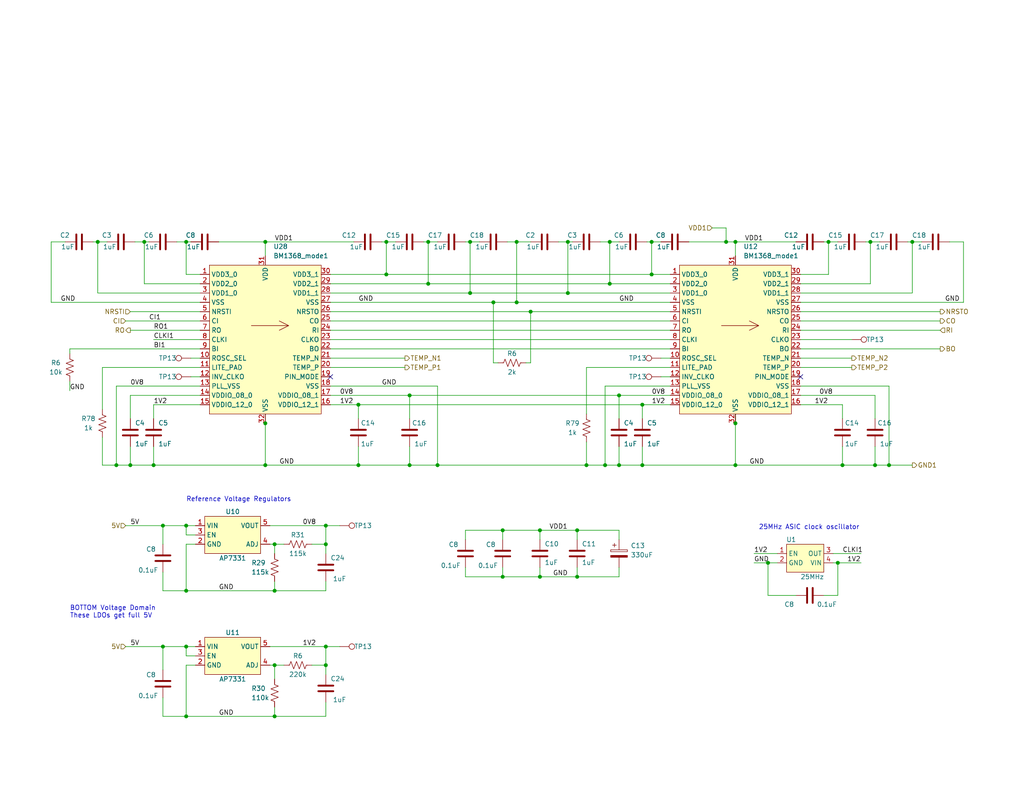
<source format=kicad_sch>
(kicad_sch (version 20231120) (generator "eeschema") (generator_version "8.0")
  (paper "A")
  (title_block (title "bitaxeHex") (date "2024-03-09") (rev "701"))
  (lib_symbols
    (symbol "Connector:TestPoint" (pin_numbers hide) (pin_names (offset 0.762) hide)
      (property "Reference" "TP" (at 0 6.858 0))
      (property "Value" "TestPoint" (at 0 5.08 0))
      (symbol "TestPoint_0_1"
        (circle (center 0 3.302) (radius 0.762))
      )
      (symbol "TestPoint_1_1"
        (pin passive line (at 0 0 90) (length 2.54) (name "1") (number "1"))
      )
    )
    (symbol "Device:C" (pin_numbers hide) (pin_names (offset 0.254))
      (property "Reference" "C" (at 0.635 2.54 0))
      (property "Value" "C" (at 0.635 -2.54 0))
      (symbol "C_0_1"
        (polyline (pts (xy -2.032 -0.762) (xy 2.032 -0.762)) (stroke (width 0.508)))
        (polyline (pts (xy -2.032 0.762) (xy 2.032 0.762)) (stroke (width 0.508)))
      )
      (symbol "C_1_1"
        (pin passive line (at 0 3.81 270) (length 2.794) (name "~") (number "1"))
        (pin passive line (at 0 -3.81 90) (length 2.794) (name "~") (number "2"))
      )
    )
    (symbol "Device:C_Polarized" (pin_numbers hide) (pin_names (offset 0.254))
      (property "Reference" "C" (at 0.635 2.54 0))
      (property "Value" "C_Polarized" (at 0.635 -2.54 0))
      (symbol "C_Polarized_0_1"
        (rectangle (start -2.286 0.508) (end 2.286 1.016))
        (polyline (pts (xy -1.778 2.286) (xy -0.762 2.286)))
        (polyline (pts (xy -1.27 2.794) (xy -1.27 1.778)))
        (rectangle (start 2.286 -0.508) (end -2.286 -1.016) (fill (type outline)))
      )
      (symbol "C_Polarized_1_1"
        (pin passive line (at 0 3.81 270) (length 2.794) (name "~") (number "1"))
        (pin passive line (at 0 -3.81 90) (length 2.794) (name "~") (number "2"))
      )
    )
    (symbol "Device:R_US" (pin_numbers hide) (pin_names (offset 0))
      (property "Reference" "R" (at 2.54 0 90))
      (property "Value" "R_US" (at -2.54 0 90))
      (symbol "R_US_0_1"
        (polyline (pts (xy 0 -2.286) (xy 0 -2.54)))
        (polyline (pts (xy 0 2.286) (xy 0 2.54)))
        (polyline (pts (xy 0 -0.762) (xy 1.016 -1.143) (xy 0 -1.524) (xy -1.016 -1.905) (xy 0 -2.286)))
        (polyline (pts (xy 0 0.762) (xy 1.016 0.381) (xy 0 0) (xy -1.016 -0.381) (xy 0 -0.762)))
        (polyline (pts (xy 0 2.286) (xy 1.016 1.905) (xy 0 1.524) (xy -1.016 1.143) (xy 0 0.762)))
      )
      (symbol "R_US_1_1"
        (pin passive line (at 0 3.81 270) (length 1.27) (name "~") (number "1"))
        (pin passive line (at 0 -3.81 90) (length 1.27) (name "~") (number "2"))
      )
    )
    (symbol "bitaxe:AP7331"
      (property "Reference" "U" (at -7.62 5.08 0))
      (property "Value" "AP7331" (at 5.08 5.08 0))
      (symbol "AP7331_0_1"
        (rectangle (start -7.62 3.81) (end 7.62 -6.35) (stroke (width 0.1524)) (fill (type background)))
      )
      (symbol "AP7331_1_0"
        (pin power_in line (at -10.16 1.27 0) (length 2.54) (name "VIN") (number "1"))
        (pin bidirectional line (at -10.16 -3.81 0) (length 2.54) (name "GND") (number "2"))
        (pin input line (at -10.16 -1.27 0) (length 2.54) (name "EN") (number "3"))
        (pin bidirectional line (at 10.16 -3.81 180) (length 2.54) (name "ADJ") (number "4"))
        (pin power_out line (at 10.16 1.27 180) (length 2.54) (name "VOUT") (number "5"))
      )
    )
    (symbol "bitaxe:BM1368_mode1"
      (property "Reference" "U4" (at -15.24 21.59 0))
      (property "Value" "BM1368_mode1" (at 1.905 21.59 0))
      (symbol "BM1368_mode1_0_1"
        (rectangle (start -15.24 20.32) (end 15.24 -20.32) (fill (type background)))
        (polyline (pts (xy -3.81 3.81) (xy 6.35 3.81)))
        (polyline (pts (xy 3.81 2.54) (xy 6.35 3.81)))
        (polyline (pts (xy 3.81 5.08) (xy 6.35 3.81)))
      )
      (symbol "BM1368_mode1_1_1"
        (pin power_in line (at -17.78 17.78 0) (length 2.54) (name "VDD3_0") (number "1"))
        (pin unspecified line (at -17.78 -5.08 0) (length 2.54) (name "ROSC_SEL") (number "10"))
        (pin unspecified line (at -17.78 -7.62 0) (length 2.54) (name "LITE_PAD") (number "11"))
        (pin unspecified line (at -17.78 -10.16 0) (length 2.54) (name "INV_CLKO") (number "12"))
        (pin power_in line (at -17.78 -12.7 0) (length 2.54) (name "PLL_VSS") (number "13"))
        (pin power_in line (at -17.78 -15.24 0) (length 2.54) (name "VDDIO_08_0") (number "14"))
        (pin power_in line (at -17.78 -17.78 0) (length 2.54) (name "VDDIO_12_0") (number "15"))
        (pin power_in line (at 17.78 -17.78 180) (length 2.54) (name "VDDIO_12_1") (number "16"))
        (pin power_in line (at 17.78 -15.24 180) (length 2.54) (name "VDDIO_08_1") (number "17"))
        (pin power_in line (at 17.78 -12.7 180) (length 2.54) (name "VSS") (number "18"))
        (pin input line (at 17.78 -10.16 180) (length 2.54) (name "PIN_MODE") (number "19"))
        (pin power_in line (at -17.78 15.24 0) (length 2.54) (name "VDD2_0") (number "2"))
        (pin unspecified line (at 17.78 -7.62 180) (length 2.54) (name "TEMP_P") (number "20"))
        (pin unspecified line (at 17.78 -5.08 180) (length 2.54) (name "TEMP_N") (number "21"))
        (pin output line (at 17.78 -2.54 180) (length 2.54) (name "BO") (number "22"))
        (pin output line (at 17.78 0 180) (length 2.54) (name "CLKO") (number "23"))
        (pin input line (at 17.78 2.54 180) (length 2.54) (name "RI") (number "24"))
        (pin output line (at 17.78 5.08 180) (length 2.54) (name "CO") (number "25"))
        (pin output line (at 17.78 7.62 180) (length 2.54) (name "NRSTO") (number "26"))
        (pin power_in line (at 17.78 10.16 180) (length 2.54) (name "VSS") (number "27"))
        (pin power_in line (at 17.78 12.7 180) (length 2.54) (name "VDD1_1") (number "28"))
        (pin power_in line (at 17.78 15.24 180) (length 2.54) (name "VDD2_1") (number "29"))
        (pin power_in line (at -17.78 12.7 0) (length 2.54) (name "VDD1_0") (number "3"))
        (pin power_in line (at 17.78 17.78 180) (length 2.54) (name "VDD3_1") (number "30"))
        (pin power_in line (at 0 22.86 270) (length 2.54) (name "VDD") (number "31"))
        (pin power_in line (at 0 -22.86 90) (length 2.54) (name "VSS") (number "32"))
        (pin power_in line (at -17.78 10.16 0) (length 2.54) (name "VSS") (number "4"))
        (pin input line (at -17.78 7.62 0) (length 2.54) (name "NRSTI") (number "5"))
        (pin input line (at -17.78 5.08 0) (length 2.54) (name "CI") (number "6"))
        (pin output line (at -17.78 2.54 0) (length 2.54) (name "RO") (number "7"))
        (pin input line (at -17.78 0 0) (length 2.54) (name "CLKI") (number "8"))
        (pin input line (at -17.78 -2.54 0) (length 2.54) (name "BI") (number "9"))
      )
    )
    (symbol "bitaxe:oscillator"
      (property "Reference" "U" (at -3.81 5.08 0))
      (property "Value" "oscillator" (at 0 -5.08 0))
      (symbol "oscillator_0_1"
        (rectangle (start -5.08 3.81) (end 5.08 -3.81) (stroke (width 0.1524)) (fill (type background)))
      )
      (symbol "oscillator_1_0"
        (pin bidirectional line (at -7.62 1.27 0) (length 2.54) (name "EN") (number "1"))
        (pin bidirectional line (at -7.62 -1.27 0) (length 2.54) (name "GND") (number "2"))
        (pin bidirectional line (at 7.62 1.27 180) (length 2.54) (name "OUT") (number "3"))
        (pin bidirectional line (at 7.62 -1.27 180) (length 2.54) (name "VIN") (number "4"))
      )
    )
  )
  (junction (at 50.8 195.58))
  (junction (at 88.9 148.59))
  (junction (at 116.84 66.04))
  (junction (at 157.48 144.78))
  (junction (at 237.49 66.04))
  (junction (at 248.92 66.04))
  (junction (at 165.1 127))
  (junction (at 166.37 66.04))
  (junction (at 140.97 82.55))
  (junction (at 97.79 110.49))
  (junction (at 44.45 176.53))
  (junction (at 157.48 157.48))
  (junction (at 72.39 115.57))
  (junction (at 31.75 127))
  (junction (at 200.66 115.57))
  (junction (at 144.78 85.09))
  (junction (at 228.6 153.67))
  (junction (at 128.27 66.04))
  (junction (at 168.91 127))
  (junction (at 209.55 153.67))
  (junction (at 147.32 144.78) (diameter 0.9144))
  (junction (at 111.76 127))
  (junction (at 154.94 80.01))
  (junction (at 39.37 66.04))
  (junction (at 119.38 127))
  (junction (at 105.41 74.93))
  (junction (at 168.91 107.95))
  (junction (at 147.32 157.48) (diameter 0.9144))
  (junction (at 72.39 127))
  (junction (at 134.62 82.55))
  (junction (at 137.16 144.78) (diameter 0.9144))
  (junction (at 229.87 127))
  (junction (at 50.8 161.29))
  (junction (at 177.8 74.93))
  (junction (at 74.93 148.59))
  (junction (at 35.56 127))
  (junction (at 74.93 181.61))
  (junction (at 116.84 77.47))
  (junction (at 175.26 127))
  (junction (at 137.16 157.48) (diameter 0.9144))
  (junction (at 128.27 80.01))
  (junction (at 242.57 127))
  (junction (at 160.02 127))
  (junction (at 88.9 143.51))
  (junction (at 97.79 127))
  (junction (at 74.93 161.29))
  (junction (at 198.12 66.04))
  (junction (at 88.9 176.53))
  (junction (at 177.8 66.04))
  (junction (at 238.76 127))
  (junction (at 74.93 195.58))
  (junction (at 175.26 110.49))
  (junction (at 105.41 66.04))
  (junction (at 44.45 143.51))
  (junction (at 200.66 127))
  (junction (at 111.76 107.95))
  (junction (at 154.94 66.04))
  (junction (at 50.8 143.51))
  (junction (at 50.8 176.53))
  (junction (at 140.97 66.04))
  (junction (at 41.91 127))
  (junction (at 226.06 66.04))
  (junction (at 88.9 181.61))
  (junction (at 166.37 77.47))
  (junction (at 50.8 66.04))
  (junction (at 26.67 66.04))
  (junction (at 200.66 66.04))
  (junction (at 72.39 66.04))
  (no_connect (at 218.44 102.87))
  (no_connect (at 90.17 102.87))
  (wire (pts (xy 35.56 107.95) (xy 54.61 107.95)))
  (wire (pts (xy 119.38 105.41) (xy 119.38 127)))
  (wire (pts (xy 180.34 102.87) (xy 182.88 102.87)))
  (wire (pts (xy 218.44 87.63) (xy 256.54 87.63)))
  (wire (pts (xy 127 66.04) (xy 128.27 66.04)))
  (wire (pts (xy 26.67 80.01) (xy 26.67 66.04)))
  (wire (pts (xy 31.75 105.41) (xy 31.75 127)))
  (wire (pts (xy 48.26 66.04) (xy 50.8 66.04)))
  (wire (pts (xy 119.38 127) (xy 160.02 127)))
  (wire (pts (xy 34.29 87.63) (xy 54.61 87.63)))
  (wire (pts (xy 262.89 66.04) (xy 259.08 66.04)))
  (wire (pts (xy 242.57 105.41) (xy 242.57 127)))
  (wire (pts (xy 218.44 110.49) (xy 229.87 110.49)))
  (wire (pts (xy 35.56 107.95) (xy 35.56 114.3)))
  (wire (pts (xy 50.8 143.51) (xy 53.34 143.51)))
  (wire (pts (xy 160.02 100.33) (xy 160.02 113.03)))
  (wire (pts (xy 152.4 66.04) (xy 154.94 66.04)))
  (wire (pts (xy 41.91 127) (xy 72.39 127)))
  (wire (pts (xy 90.17 90.17) (xy 182.88 90.17)))
  (wire (pts (xy 238.76 107.95) (xy 238.76 114.3)))
  (wire (pts (xy 35.56 90.17) (xy 54.61 90.17)))
  (wire (pts (xy 168.91 107.95) (xy 182.88 107.95)))
  (wire (pts (xy 74.93 181.61) (xy 74.93 185.42)))
  (wire (pts (xy 111.76 107.95) (xy 168.91 107.95)))
  (wire (pts (xy 224.79 66.04) (xy 226.06 66.04)))
  (wire (pts (xy 97.79 110.49) (xy 97.79 114.3)))
  (wire (pts (xy 175.26 121.92) (xy 175.26 127)))
  (wire (pts (xy 53.34 148.59) (xy 50.8 148.59)))
  (wire (pts (xy 74.93 195.58) (xy 74.93 193.04)))
  (wire (pts (xy 27.94 119.38) (xy 27.94 127)))
  (wire (pts (xy 218.44 80.01) (xy 248.92 80.01)))
  (wire (pts (xy 90.17 77.47) (xy 116.84 77.47)))
  (wire (pts (xy 50.8 148.59) (xy 50.8 161.29)))
  (wire (pts (xy 13.97 82.55) (xy 13.97 66.04)))
  (wire (pts (xy 53.34 181.61) (xy 50.8 181.61)))
  (wire (pts (xy 137.16 157.48) (xy 147.32 157.48)))
  (wire (pts (xy 200.66 113.03) (xy 200.66 115.57)))
  (wire (pts (xy 140.97 66.04) (xy 144.78 66.04)))
  (wire (pts (xy 168.91 127) (xy 175.26 127)))
  (wire (pts (xy 182.88 100.33) (xy 160.02 100.33)))
  (wire (pts (xy 88.9 161.29) (xy 74.93 161.29)))
  (wire (pts (xy 177.8 66.04) (xy 180.34 66.04)))
  (wire (pts (xy 73.66 143.51) (xy 88.9 143.51)))
  (wire (pts (xy 128.27 66.04) (xy 130.81 66.04)))
  (wire (pts (xy 168.91 127) (xy 168.91 121.92)))
  (wire (pts (xy 111.76 127) (xy 119.38 127)))
  (wire (pts (xy 137.16 157.48) (xy 127 157.48)))
  (wire (pts (xy 218.44 77.47) (xy 237.49 77.47)))
  (wire (pts (xy 59.69 66.04) (xy 72.39 66.04)))
  (wire (pts (xy 19.05 95.25) (xy 19.05 96.52)))
  (wire (pts (xy 73.66 148.59) (xy 74.93 148.59)))
  (wire (pts (xy 27.94 127) (xy 31.75 127)))
  (wire (pts (xy 44.45 143.51) (xy 50.8 143.51)))
  (wire (pts (xy 44.45 143.51) (xy 44.45 148.59)))
  (wire (pts (xy 44.45 161.29) (xy 50.8 161.29)))
  (wire (pts (xy 134.62 82.55) (xy 140.97 82.55)))
  (wire (pts (xy 44.45 176.53) (xy 44.45 182.88)))
  (wire (pts (xy 73.66 176.53) (xy 88.9 176.53)))
  (wire (pts (xy 116.84 77.47) (xy 166.37 77.47)))
  (wire (pts (xy 205.74 151.13) (xy 212.09 151.13)))
  (wire (pts (xy 227.33 153.67) (xy 228.6 153.67)))
  (wire (pts (xy 72.39 127) (xy 97.79 127)))
  (wire (pts (xy 218.44 97.79) (xy 232.41 97.79)))
  (wire (pts (xy 135.89 99.06) (xy 134.62 99.06)))
  (wire (pts (xy 137.16 147.32) (xy 137.16 144.78)))
  (wire (pts (xy 140.97 66.04) (xy 138.43 66.04)))
  (wire (pts (xy 74.93 181.61) (xy 77.47 181.61)))
  (wire (pts (xy 97.79 121.92) (xy 97.79 127)))
  (wire (pts (xy 157.48 147.32) (xy 157.48 144.78)))
  (wire (pts (xy 127 144.78) (xy 137.16 144.78)))
  (wire (pts (xy 90.17 85.09) (xy 144.78 85.09)))
  (wire (pts (xy 90.17 74.93) (xy 105.41 74.93)))
  (wire (pts (xy 157.48 157.48) (xy 168.91 157.48)))
  (wire (pts (xy 218.44 95.25) (xy 256.54 95.25)))
  (wire (pts (xy 105.41 66.04) (xy 107.95 66.04)))
  (wire (pts (xy 111.76 107.95) (xy 111.76 114.3)))
  (wire (pts (xy 88.9 158.75) (xy 88.9 161.29)))
  (wire (pts (xy 27.94 100.33) (xy 54.61 100.33)))
  (wire (pts (xy 147.32 154.94) (xy 147.32 157.48)))
  (wire (pts (xy 39.37 77.47) (xy 39.37 66.04)))
  (wire (pts (xy 39.37 66.04) (xy 40.64 66.04)))
  (wire (pts (xy 144.78 85.09) (xy 182.88 85.09)))
  (wire (pts (xy 180.34 97.79) (xy 182.88 97.79)))
  (wire (pts (xy 111.76 127) (xy 111.76 121.92)))
  (wire (pts (xy 31.75 127) (xy 35.56 127)))
  (wire (pts (xy 194.31 62.23) (xy 198.12 62.23)))
  (wire (pts (xy 218.44 85.09) (xy 256.54 85.09)))
  (wire (pts (xy 228.6 153.67) (xy 234.95 153.67)))
  (wire (pts (xy 209.55 153.67) (xy 212.09 153.67)))
  (wire (pts (xy 35.56 121.92) (xy 35.56 127)))
  (wire (pts (xy 53.34 179.07) (xy 50.8 179.07)))
  (wire (pts (xy 31.75 105.41) (xy 54.61 105.41)))
  (wire (pts (xy 128.27 80.01) (xy 128.27 66.04)))
  (wire (pts (xy 90.17 107.95) (xy 111.76 107.95)))
  (wire (pts (xy 247.65 66.04) (xy 248.92 66.04)))
  (wire (pts (xy 19.05 95.25) (xy 54.61 95.25)))
  (wire (pts (xy 90.17 97.79) (xy 110.49 97.79)))
  (wire (pts (xy 36.83 66.04) (xy 39.37 66.04)))
  (wire (pts (xy 218.44 82.55) (xy 262.89 82.55)))
  (wire (pts (xy 160.02 127) (xy 165.1 127)))
  (wire (pts (xy 50.8 179.07) (xy 50.8 176.53)))
  (wire (pts (xy 88.9 176.53) (xy 92.71 176.53)))
  (wire (pts (xy 26.67 66.04) (xy 29.21 66.04)))
  (wire (pts (xy 154.94 66.04) (xy 156.21 66.04)))
  (wire (pts (xy 90.17 95.25) (xy 182.88 95.25)))
  (wire (pts (xy 50.8 74.93) (xy 54.61 74.93)))
  (wire (pts (xy 26.67 80.01) (xy 54.61 80.01)))
  (wire (pts (xy 218.44 90.17) (xy 256.54 90.17)))
  (wire (pts (xy 242.57 127) (xy 238.76 127)))
  (wire (pts (xy 140.97 82.55) (xy 182.88 82.55)))
  (wire (pts (xy 157.48 154.94) (xy 157.48 157.48)))
  (wire (pts (xy 41.91 110.49) (xy 54.61 110.49)))
  (wire (pts (xy 236.22 66.04) (xy 237.49 66.04)))
  (wire (pts (xy 88.9 181.61) (xy 88.9 184.15)))
  (wire (pts (xy 39.37 77.47) (xy 54.61 77.47)))
  (wire (pts (xy 217.17 66.04) (xy 200.66 66.04)))
  (wire (pts (xy 224.79 162.56) (xy 228.6 162.56)))
  (wire (pts (xy 218.44 105.41) (xy 242.57 105.41)))
  (wire (pts (xy 44.45 195.58) (xy 50.8 195.58)))
  (wire (pts (xy 105.41 74.93) (xy 105.41 66.04)))
  (wire (pts (xy 73.66 181.61) (xy 74.93 181.61)))
  (wire (pts (xy 177.8 66.04) (xy 177.8 74.93)))
  (wire (pts (xy 262.89 82.55) (xy 262.89 66.04)))
  (wire (pts (xy 105.41 74.93) (xy 177.8 74.93)))
  (wire (pts (xy 34.29 143.51) (xy 44.45 143.51)))
  (wire (pts (xy 229.87 110.49) (xy 229.87 114.3)))
  (wire (pts (xy 116.84 66.04) (xy 119.38 66.04)))
  (wire (pts (xy 205.74 153.67) (xy 209.55 153.67)))
  (wire (pts (xy 50.8 176.53) (xy 53.34 176.53)))
  (wire (pts (xy 44.45 156.21) (xy 44.45 161.29)))
  (wire (pts (xy 13.97 66.04) (xy 17.78 66.04)))
  (wire (pts (xy 154.94 80.01) (xy 182.88 80.01)))
  (wire (pts (xy 248.92 80.01) (xy 248.92 66.04)))
  (wire (pts (xy 88.9 181.61) (xy 88.9 176.53)))
  (wire (pts (xy 137.16 154.94) (xy 137.16 157.48)))
  (wire (pts (xy 88.9 191.77) (xy 88.9 195.58)))
  (wire (pts (xy 88.9 143.51) (xy 92.71 143.51)))
  (wire (pts (xy 134.62 99.06) (xy 134.62 82.55)))
  (wire (pts (xy 25.4 66.04) (xy 26.67 66.04)))
  (wire (pts (xy 44.45 190.5) (xy 44.45 195.58)))
  (wire (pts (xy 88.9 195.58) (xy 74.93 195.58)))
  (wire (pts (xy 218.44 74.93) (xy 226.06 74.93)))
  (wire (pts (xy 165.1 127) (xy 168.91 127)))
  (wire (pts (xy 50.8 146.05) (xy 50.8 143.51)))
  (wire (pts (xy 96.52 66.04) (xy 72.39 66.04)))
  (wire (pts (xy 176.53 66.04) (xy 177.8 66.04)))
  (wire (pts (xy 54.61 82.55) (xy 13.97 82.55)))
  (wire (pts (xy 52.07 97.79) (xy 54.61 97.79)))
  (wire (pts (xy 85.09 148.59) (xy 88.9 148.59)))
  (wire (pts (xy 90.17 80.01) (xy 128.27 80.01)))
  (wire (pts (xy 90.17 110.49) (xy 97.79 110.49)))
  (wire (pts (xy 74.93 148.59) (xy 77.47 148.59)))
  (wire (pts (xy 160.02 120.65) (xy 160.02 127)))
  (wire (pts (xy 90.17 105.41) (xy 119.38 105.41)))
  (wire (pts (xy 90.17 100.33) (xy 110.49 100.33)))
  (wire (pts (xy 50.8 161.29) (xy 74.93 161.29)))
  (wire (pts (xy 237.49 77.47) (xy 237.49 66.04)))
  (wire (pts (xy 175.26 127) (xy 200.66 127)))
  (wire (pts (xy 90.17 82.55) (xy 134.62 82.55)))
  (wire (pts (xy 198.12 66.04) (xy 200.66 66.04)))
  (wire (pts (xy 97.79 127) (xy 111.76 127)))
  (wire (pts (xy 209.55 162.56) (xy 209.55 153.67)))
  (wire (pts (xy 248.92 66.04) (xy 251.46 66.04)))
  (wire (pts (xy 147.32 144.78) (xy 157.48 144.78)))
  (wire (pts (xy 144.78 85.09) (xy 144.78 99.06)))
  (wire (pts (xy 34.29 176.53) (xy 44.45 176.53)))
  (wire (pts (xy 166.37 77.47) (xy 166.37 66.04)))
  (wire (pts (xy 182.88 105.41) (xy 165.1 105.41)))
  (wire (pts (xy 238.76 127) (xy 238.76 121.92)))
  (wire (pts (xy 143.51 99.06) (xy 144.78 99.06)))
  (wire (pts (xy 19.05 104.14) (xy 19.05 106.68)))
  (wire (pts (xy 175.26 110.49) (xy 182.88 110.49)))
  (wire (pts (xy 140.97 82.55) (xy 140.97 66.04)))
  (wire (pts (xy 175.26 110.49) (xy 175.26 114.3)))
  (wire (pts (xy 41.91 110.49) (xy 41.91 114.3)))
  (wire (pts (xy 226.06 66.04) (xy 228.6 66.04)))
  (wire (pts (xy 27.94 100.33) (xy 27.94 111.76)))
  (wire (pts (xy 72.39 66.04) (xy 72.39 69.85)))
  (wire (pts (xy 74.93 161.29) (xy 74.93 158.75)))
  (wire (pts (xy 35.56 127) (xy 41.91 127)))
  (wire (pts (xy 50.8 181.61) (xy 50.8 195.58)))
  (wire (pts (xy 229.87 121.92) (xy 229.87 127)))
  (wire (pts (xy 116.84 77.47) (xy 116.84 66.04)))
  (wire (pts (xy 50.8 195.58) (xy 74.93 195.58)))
  (wire (pts (xy 53.34 146.05) (xy 50.8 146.05)))
  (wire (pts (xy 218.44 100.33) (xy 232.41 100.33)))
  (wire (pts (xy 154.94 80.01) (xy 154.94 66.04)))
  (wire (pts (xy 41.91 92.71) (xy 54.61 92.71)))
  (wire (pts (xy 217.17 162.56) (xy 209.55 162.56)))
  (wire (pts (xy 200.66 115.57) (xy 200.66 127)))
  (wire (pts (xy 74.93 148.59) (xy 74.93 151.13)))
  (wire (pts (xy 90.17 87.63) (xy 182.88 87.63)))
  (wire (pts (xy 168.91 154.94) (xy 168.91 157.48)))
  (wire (pts (xy 104.14 66.04) (xy 105.41 66.04)))
  (wire (pts (xy 137.16 144.78) (xy 147.32 144.78)))
  (wire (pts (xy 168.91 107.95) (xy 168.91 114.3)))
  (wire (pts (xy 128.27 80.01) (xy 154.94 80.01)))
  (wire (pts (xy 168.91 147.32) (xy 168.91 144.78)))
  (wire (pts (xy 218.44 92.71) (xy 232.41 92.71)))
  (wire (pts (xy 50.8 66.04) (xy 50.8 74.93)))
  (wire (pts (xy 35.56 85.09) (xy 54.61 85.09)))
  (wire (pts (xy 242.57 127) (xy 248.92 127)))
  (wire (pts (xy 44.45 176.53) (xy 50.8 176.53)))
  (wire (pts (xy 227.33 151.13) (xy 234.95 151.13)))
  (wire (pts (xy 200.66 127) (xy 229.87 127)))
  (wire (pts (xy 165.1 105.41) (xy 165.1 127)))
  (wire (pts (xy 198.12 62.23) (xy 198.12 66.04)))
  (wire (pts (xy 52.07 102.87) (xy 54.61 102.87)))
  (wire (pts (xy 177.8 74.93) (xy 182.88 74.93)))
  (wire (pts (xy 90.17 92.71) (xy 182.88 92.71)))
  (wire (pts (xy 166.37 77.47) (xy 182.88 77.47)))
  (wire (pts (xy 157.48 144.78) (xy 168.91 144.78)))
  (wire (pts (xy 147.32 147.32) (xy 147.32 144.78)))
  (wire (pts (xy 97.79 110.49) (xy 175.26 110.49)))
  (wire (pts (xy 115.57 66.04) (xy 116.84 66.04)))
  (wire (pts (xy 228.6 162.56) (xy 228.6 153.67)))
  (wire (pts (xy 166.37 66.04) (xy 168.91 66.04)))
  (wire (pts (xy 127 154.94) (xy 127 157.48)))
  (wire (pts (xy 72.39 115.57) (xy 72.39 127)))
  (wire (pts (xy 85.09 181.61) (xy 88.9 181.61)))
  (wire (pts (xy 237.49 66.04) (xy 240.03 66.04)))
  (wire (pts (xy 88.9 148.59) (xy 88.9 143.51)))
  (wire (pts (xy 229.87 127) (xy 238.76 127)))
  (wire (pts (xy 72.39 113.03) (xy 72.39 115.57)))
  (wire (pts (xy 187.96 66.04) (xy 198.12 66.04)))
  (wire (pts (xy 88.9 148.59) (xy 88.9 151.13)))
  (wire (pts (xy 226.06 74.93) (xy 226.06 66.04)))
  (wire (pts (xy 50.8 66.04) (xy 52.07 66.04)))
  (wire (pts (xy 163.83 66.04) (xy 166.37 66.04)))
  (wire (pts (xy 41.91 121.92) (xy 41.91 127)))
  (wire (pts (xy 218.44 107.95) (xy 238.76 107.95)))
  (wire (pts (xy 157.48 157.48) (xy 147.32 157.48)))
  (wire (pts (xy 127 147.32) (xy 127 144.78)))
  (wire (pts (xy 200.66 66.04) (xy 200.66 69.85)))
  (text "Reference Voltage Regulators" (at 50.8 137.16 0) (effects (font (size 1.27 1.27)) (justify left bottom)))
  (text "BOTTOM Voltage Domain\nThese LDOs get full 5V" (at 19.05 168.91 0) (effects (font (size 1.27 1.27)) (justify left bottom)))
  (text "25MHz ASIC clock oscillator" (at 207.01 144.78 0) (effects (font (size 1.27 1.27)) (justify left bottom)))
  (label "GND" (at 154.94 157.48 180))
  (label "GND" (at 257.81 82.55 0))
  (label "0V8" (at 35.56 105.41 0))
  (label "GND" (at 19.05 106.68 0))
  (label "GND" (at 204.47 127 0))
  (label "RO1" (at 41.91 90.17 0))
  (label "VDD1" (at 149.86 144.78 0))
  (label "BI1" (at 41.91 95.25 0))
  (label "VDD1" (at 203.2 66.04 0))
  (label "GND" (at 59.69 195.58 0))
  (label "1V2" (at 205.74 151.13 0))
  (label "CLKI1" (at 41.91 92.71 0))
  (label "GND" (at 59.69 161.29 0))
  (label "VDD1" (at 74.93 66.04 0))
  (label "5V" (at 35.56 143.51 0))
  (label "GND" (at 16.51 82.55 0))
  (label "5V" (at 35.56 176.53 0))
  (label "0V8" (at 177.8 107.95 0))
  (label "GND" (at 97.79 82.55 0))
  (label "0V8" (at 223.52 107.95 0))
  (label "GND" (at 104.14 105.41 0))
  (label "1V2" (at 92.71 110.49 0))
  (label "1V2" (at 231.14 153.67 0))
  (label "CI1" (at 40.64 87.63 0))
  (label "0V8" (at 92.71 107.95 0))
  (label "GND" (at 205.74 153.67 0))
  (label "CLKI1" (at 229.87 151.13 0))
  (label "1V2" (at 82.55 176.53 0))
  (label "GND" (at 168.91 82.55 0))
  (label "1V2" (at 41.91 110.49 0))
  (label "1V2" (at 177.8 110.49 0))
  (label "GND" (at 76.2 127 0))
  (label "0V8" (at 82.55 143.51 0))
  (label "1V2" (at 222.25 110.49 0))
  (hierarchical_label "NRSTI" (shape input) (at 35.56 85.09 180))
  (hierarchical_label "CI" (shape input) (at 34.29 87.63 180))
  (hierarchical_label "RI" (shape input) (at 256.54 90.17 0))
  (hierarchical_label "5V" (shape input) (at 34.29 176.53 180))
  (hierarchical_label "NRSTO" (shape output) (at 256.54 85.09 0))
  (hierarchical_label "CO" (shape output) (at 256.54 87.63 0))
  (hierarchical_label "GND1" (shape output) (at 248.92 127 0))
  (hierarchical_label "TEMP_P1" (shape output) (at 110.49 100.33 0))
  (hierarchical_label "TEMP_P2" (shape output) (at 232.41 100.33 0))
  (hierarchical_label "TEMP_N2" (shape output) (at 232.41 97.79 0))
  (hierarchical_label "TEMP_N1" (shape output) (at 110.49 97.79 0))
  (hierarchical_label "5V" (shape input) (at 34.29 143.51 180))
  (hierarchical_label "VDD1" (shape input) (at 194.31 62.23 180))
  (hierarchical_label "BO" (shape output) (at 256.54 95.25 0))
  (hierarchical_label "RO" (shape output) (at 35.56 90.17 180))
  (symbol (lib_id "Connector:TestPoint") (at 92.71 143.51 270) (mirror x) (unit 1) (in_bom no)
    (property "Reference" "TP13" (at 99.06 143.51 90))
    (property "Value" "TestPoint" (effects (hide yes)))
    (property "Footprint" "TestPoint:TestPoint_Pad_D1.0mm" (effects (hide yes)))
  )
  (symbol (lib_id "Device:C") (at 21.59 66.04 90) (unit 1)
    (property "Reference" "C2" (at 19.05 63.5 90) (effects (justify left bottom)))
    (property "Value" "1uF" (at 20.32 66.675 90) (effects (justify left bottom)))
    (property "Footprint" "Capacitor_SMD:C_0402_1005Metric" (effects (hide yes)))
    (property "DK" "587-5514-1-ND" (effects (hide yes)))
    (property "PARTNO" "EMK105BJ105MV-F" (effects (hide yes)))
  )
  (symbol (lib_id "bitaxe:BM1368_mode1") (at 200.66 92.71 0) (unit 1)
    (property "Reference" "U12" (at 202.8541 67.31 0) (effects (justify left)))
    (property "Value" "BM1368_mode1" (at 202.8541 69.85 0) (effects (justify left)))
    (property "Footprint" "bitaxe:BM1368" (effects (hide yes)))
  )
  (symbol (lib_id "Device:C") (at 172.72 66.04 90) (unit 1)
    (property "Reference" "C6" (at 170.18 63.5 90) (effects (justify left bottom)))
    (property "Value" "1uF" (at 171.45 66.675 90) (effects (justify left bottom)))
    (property "Footprint" "Capacitor_SMD:C_0402_1005Metric" (effects (hide yes)))
    (property "DK" "587-5514-1-ND" (effects (hide yes)))
    (property "PARTNO" "EMK105BJ105MV-F" (effects (hide yes)))
  )
  (symbol (lib_id "Device:C") (at 184.15 66.04 90) (unit 1)
    (property "Reference" "C8" (at 181.61 63.5 90) (effects (justify left bottom)))
    (property "Value" "1uF" (at 182.88 66.675 90) (effects (justify left bottom)))
    (property "Footprint" "Capacitor_SMD:C_0402_1005Metric" (effects (hide yes)))
    (property "DK" "587-5514-1-ND" (effects (hide yes)))
    (property "PARTNO" "EMK105BJ105MV-F" (effects (hide yes)))
  )
  (symbol (lib_id "Device:C") (at 137.16 151.13 180) (unit 1)
    (property "Reference" "C8" (at 135.255 147.955 0) (effects (justify left bottom)))
    (property "Value" "0.1uF" (at 135.89 153.67 0) (effects (justify left bottom)))
    (property "Footprint" "Capacitor_SMD:C_0402_1005Metric" (effects (hide yes)))
    (property "DK" "478-KGM05AR71C104KHCT-ND" (effects (hide yes)))
    (property "PARTNO" "KGM05AR71C104KH" (effects (hide yes)))
  )
  (symbol (lib_id "Device:C") (at 55.88 66.04 90) (unit 1)
    (property "Reference" "C8" (at 53.34 63.5 90) (effects (justify left bottom)))
    (property "Value" "1uF" (at 54.61 66.675 90) (effects (justify left bottom)))
    (property "Footprint" "Capacitor_SMD:C_0402_1005Metric" (effects (hide yes)))
    (property "DK" "587-5514-1-ND" (effects (hide yes)))
    (property "PARTNO" "EMK105BJ105MV-F" (effects (hide yes)))
  )
  (symbol (lib_id "Device:C") (at 111.76 66.04 90) (unit 1)
    (property "Reference" "C15" (at 109.22 63.5 90) (effects (justify left bottom)))
    (property "Value" "1uF" (at 110.49 66.675 90) (effects (justify left bottom)))
    (property "Footprint" "Capacitor_SMD:C_0402_1005Metric" (effects (hide yes)))
    (property "DK" "587-5514-1-ND" (effects (hide yes)))
    (property "PARTNO" "EMK105BJ105MV-F" (effects (hide yes)))
  )
  (symbol (lib_id "Device:R_US") (at 139.7 99.06 90) (unit 1)
    (property "Reference" "R6" (at 139.7 96.52 90))
    (property "Value" "2k" (at 139.7 101.6 90))
    (property "Footprint" "Resistor_SMD:R_0402_1005Metric" (effects (hide yes)))
    (property "DK" "YAG2303CT-ND" (effects (hide yes)))
    (property "PARTNO" "RT0402BRD072KL" (effects (hide yes)))
  )
  (symbol (lib_id "Device:C") (at 243.84 66.04 90) (unit 1)
    (property "Reference" "C17" (at 241.3 63.5 90) (effects (justify left bottom)))
    (property "Value" "1uF" (at 242.57 66.675 90) (effects (justify left bottom)))
    (property "Footprint" "Capacitor_SMD:C_0402_1005Metric" (effects (hide yes)))
    (property "DK" "587-5514-1-ND" (effects (hide yes)))
    (property "PARTNO" "EMK105BJ105MV-F" (effects (hide yes)))
  )
  (symbol (lib_id "Device:C") (at 33.02 66.04 90) (unit 1)
    (property "Reference" "C3" (at 30.48 63.5 90) (effects (justify left bottom)))
    (property "Value" "1uF" (at 31.75 66.675 90) (effects (justify left bottom)))
    (property "Footprint" "Capacitor_SMD:C_0402_1005Metric" (effects (hide yes)))
    (property "DK" "587-5514-1-ND" (effects (hide yes)))
    (property "PARTNO" "EMK105BJ105MV-F" (effects (hide yes)))
  )
  (symbol (lib_id "Device:C") (at 134.62 66.04 90) (unit 1)
    (property "Reference" "C18" (at 132.08 63.5 90) (effects (justify left bottom)))
    (property "Value" "1uF" (at 133.35 66.675 90) (effects (justify left bottom)))
    (property "Footprint" "Capacitor_SMD:C_0402_1005Metric" (effects (hide yes)))
    (property "DK" "587-5514-1-ND" (effects (hide yes)))
    (property "PARTNO" "EMK105BJ105MV-F" (effects (hide yes)))
  )
  (symbol (lib_id "Device:C") (at 97.79 118.11 0) (unit 1)
    (property "Reference" "C14" (at 98.425 116.205 0) (effects (justify left bottom)))
    (property "Value" "1uF" (at 98.425 121.92 0) (effects (justify left bottom)))
    (property "Footprint" "Capacitor_SMD:C_0402_1005Metric" (effects (hide yes)))
    (property "DK" "587-5514-1-ND" (effects (hide yes)))
    (property "PARTNO" "EMK105BJ105MV-F" (effects (hide yes)))
  )
  (symbol (lib_id "bitaxe:BM1368_mode1") (at 72.39 92.71 0) (unit 1)
    (property "Reference" "U28" (at 74.5841 67.31 0) (effects (justify left)))
    (property "Value" "BM1368_mode1" (at 74.5841 69.85 0) (effects (justify left)))
    (property "Footprint" "bitaxe:BM1368" (effects (hide yes)))
  )
  (symbol (lib_id "Device:C") (at 41.91 118.11 0) (unit 1)
    (property "Reference" "C5" (at 43.18 116.205 0) (effects (justify left bottom)))
    (property "Value" "1uF" (at 43.18 121.92 0) (effects (justify left bottom)))
    (property "Footprint" "Capacitor_SMD:C_0402_1005Metric" (effects (hide yes)))
    (property "DK" "587-5514-1-ND" (effects (hide yes)))
    (property "PARTNO" "EMK105BJ105MV-F" (effects (hide yes)))
  )
  (symbol (lib_id "Device:C") (at 229.87 118.11 0) (unit 1)
    (property "Reference" "C14" (at 230.505 116.205 0) (effects (justify left bottom)))
    (property "Value" "1uF" (at 230.505 121.92 0) (effects (justify left bottom)))
    (property "Footprint" "Capacitor_SMD:C_0402_1005Metric" (effects (hide yes)))
    (property "DK" "587-5514-1-ND" (effects (hide yes)))
    (property "PARTNO" "EMK105BJ105MV-F" (effects (hide yes)))
  )
  (symbol (lib_id "Connector:TestPoint") (at 52.07 102.87 90) (mirror x) (unit 1) (in_bom no)
    (property "Reference" "TP13" (at 45.72 102.87 90))
    (property "Value" "TestPoint" (effects (hide yes)))
    (property "Footprint" "TestPoint:TestPoint_Pad_D1.0mm" (effects (hide yes)))
  )
  (symbol (lib_id "bitaxe:AP7331") (at 63.5 177.8 0) (unit 1)
    (property "Reference" "U11" (at 63.5 172.72 0))
    (property "Value" "AP7331" (at 63.5 185.42 0))
    (property "Footprint" "Package_TO_SOT_SMD:TSOT-23-5" (effects (hide yes)))
    (property "Datasheet" "https://www.digikey.com/en/products/detail/diodes-incorporated/AP7331-WG-7/2270813" (effects (hide yes)))
    (property "DK" "AP7331-WG-7DICT-ND" (effects (hide yes)))
    (property "PARTNO" "AP7331-WG-7" (effects (hide yes)))
  )
  (symbol (lib_id "bitaxe:oscillator") (at 219.71 152.4 0) (unit 1)
    (property "Reference" "U1" (at 215.9 147.32 0))
    (property "Value" "25MHz" (at 221.615 157.48 0))
    (property "Footprint" "bitaxe:O 25,0-JO32-B-1V3-1-T1-LF" (effects (hide yes)))
    (property "Datasheet" "https://www.jauch.com/downloadfile/5ef1edcfb8e2f73163c8ce8009ef659d1/jo32-1.8-3.3v.pdf" (effects (hide yes)))
    (property "DK" "1908-O250-JO32-B-1V3-1-T1-LFCT-ND" (effects (hide yes)))
    (property "PARTNO" "O 25,0-JO32-B-1V3-1-T1-LF" (effects (hide yes)))
  )
  (symbol (lib_id "Connector:TestPoint") (at 52.07 97.79 90) (mirror x) (unit 1) (in_bom no)
    (property "Reference" "TP13" (at 45.72 97.79 90))
    (property "Value" "TestPoint" (effects (hide yes)))
    (property "Footprint" "TestPoint:TestPoint_Pad_D1.0mm" (effects (hide yes)))
  )
  (symbol (lib_id "Connector:TestPoint") (at 180.34 102.87 90) (mirror x) (unit 1) (in_bom no)
    (property "Reference" "TP13" (at 173.99 102.87 90))
    (property "Value" "TestPoint" (effects (hide yes)))
    (property "Footprint" "TestPoint:TestPoint_Pad_D1.0mm" (effects (hide yes)))
  )
  (symbol (lib_id "Device:C") (at 238.76 118.11 0) (unit 1)
    (property "Reference" "C16" (at 239.395 116.205 0) (effects (justify left bottom)))
    (property "Value" "1uF" (at 240.03 121.92 0) (effects (justify left bottom)))
    (property "Footprint" "Capacitor_SMD:C_0402_1005Metric" (effects (hide yes)))
    (property "DK" "587-5514-1-ND" (effects (hide yes)))
    (property "PARTNO" "EMK105BJ105MV-F" (effects (hide yes)))
  )
  (symbol (lib_id "Device:C") (at 123.19 66.04 90) (unit 1)
    (property "Reference" "C17" (at 120.65 63.5 90) (effects (justify left bottom)))
    (property "Value" "1uF" (at 121.92 66.675 90) (effects (justify left bottom)))
    (property "Footprint" "Capacitor_SMD:C_0402_1005Metric" (effects (hide yes)))
    (property "DK" "587-5514-1-ND" (effects (hide yes)))
    (property "PARTNO" "EMK105BJ105MV-F" (effects (hide yes)))
  )
  (symbol (lib_id "Device:R_US") (at 160.02 116.84 180) (unit 1)
    (property "Reference" "R79" (at 156.21 115.57 0))
    (property "Value" "1k" (at 156.21 118.11 0))
    (property "Footprint" "Resistor_SMD:R_0402_1005Metric" (effects (hide yes)))
    (property "DK" "311-1.00KLRCT-ND" (effects (hide yes)))
    (property "PARTNO" "RC0402FR-071KL" (effects (hide yes)))
  )
  (symbol (lib_id "Device:C") (at 220.98 162.56 270) (unit 1)
    (property "Reference" "C8" (at 213.995 165.735 90) (effects (justify left bottom)))
    (property "Value" "0.1uF" (at 222.885 165.735 90) (effects (justify left bottom)))
    (property "Footprint" "Capacitor_SMD:C_0402_1005Metric" (effects (hide yes)))
    (property "DK" "478-KGM05AR71C104KHCT-ND" (effects (hide yes)))
    (property "PARTNO" "KGM05AR71C104KH" (effects (hide yes)))
  )
  (symbol (lib_id "Device:R_US") (at 81.28 181.61 270) (unit 1)
    (property "Reference" "R6" (at 81.28 179.07 90))
    (property "Value" "220k" (at 81.28 184.15 90))
    (property "Footprint" "Resistor_SMD:R_0402_1005Metric" (effects (hide yes)))
    (property "DK" "311-220KLRTR-ND" (effects (hide yes)))
    (property "PARTNO" "RC0402FR-07220KL" (effects (hide yes)))
  )
  (symbol (lib_id "Device:C") (at 175.26 118.11 0) (unit 1)
    (property "Reference" "C5" (at 176.53 116.205 0) (effects (justify left bottom)))
    (property "Value" "1uF" (at 176.53 121.92 0) (effects (justify left bottom)))
    (property "Footprint" "Capacitor_SMD:C_0402_1005Metric" (effects (hide yes)))
    (property "DK" "587-5514-1-ND" (effects (hide yes)))
    (property "PARTNO" "EMK105BJ105MV-F" (effects (hide yes)))
  )
  (symbol (lib_id "Device:C") (at 44.45 186.69 180) (unit 1)
    (property "Reference" "C8" (at 42.545 183.515 0) (effects (justify left bottom)))
    (property "Value" "0.1uF" (at 43.18 189.23 0) (effects (justify left bottom)))
    (property "Footprint" "Capacitor_SMD:C_0402_1005Metric" (effects (hide yes)))
    (property "DK" "478-KGM05AR71C104KHCT-ND" (effects (hide yes)))
    (property "PARTNO" "KGM05AR71C104KH" (effects (hide yes)))
  )
  (symbol (lib_id "Device:C") (at 160.02 66.04 90) (unit 1)
    (property "Reference" "C3" (at 157.48 63.5 90) (effects (justify left bottom)))
    (property "Value" "1uF" (at 158.75 66.675 90) (effects (justify left bottom)))
    (property "Footprint" "Capacitor_SMD:C_0402_1005Metric" (effects (hide yes)))
    (property "DK" "587-5514-1-ND" (effects (hide yes)))
    (property "PARTNO" "EMK105BJ105MV-F" (effects (hide yes)))
  )
  (symbol (lib_id "Connector:TestPoint") (at 232.41 92.71 270) (mirror x) (unit 1) (in_bom no)
    (property "Reference" "TP13" (at 238.76 92.71 90))
    (property "Value" "TestPoint" (effects (hide yes)))
    (property "Footprint" "TestPoint:TestPoint_Pad_D1.0mm" (effects (hide yes)))
  )
  (symbol (lib_id "Connector:TestPoint") (at 180.34 97.79 90) (mirror x) (unit 1) (in_bom no)
    (property "Reference" "TP13" (at 173.99 97.79 90))
    (property "Value" "TestPoint" (effects (hide yes)))
    (property "Footprint" "TestPoint:TestPoint_Pad_D1.0mm" (effects (hide yes)))
  )
  (symbol (lib_id "Device:C") (at 232.41 66.04 90) (unit 1)
    (property "Reference" "C15" (at 229.87 63.5 90) (effects (justify left bottom)))
    (property "Value" "1uF" (at 231.14 66.675 90) (effects (justify left bottom)))
    (property "Footprint" "Capacitor_SMD:C_0402_1005Metric" (effects (hide yes)))
    (property "DK" "587-5514-1-ND" (effects (hide yes)))
    (property "PARTNO" "EMK105BJ105MV-F" (effects (hide yes)))
  )
  (symbol (lib_id "Device:C") (at 147.32 151.13 0) (unit 1)
    (property "Reference" "C10" (at 148.59 149.225 0) (effects (justify left bottom)))
    (property "Value" "1uF" (at 148.59 154.305 0) (effects (justify left bottom)))
    (property "Footprint" "Capacitor_SMD:C_0402_1005Metric" (effects (hide yes)))
    (property "DK" "587-5514-1-ND" (effects (hide yes)))
    (property "PARTNO" "EMK105BJ105MV-F" (effects (hide yes)))
  )
  (symbol (lib_id "Device:C") (at 100.33 66.04 90) (unit 1)
    (property "Reference" "C12" (at 97.155 63.5 90) (effects (justify left bottom)))
    (property "Value" "1uF" (at 99.06 66.675 90) (effects (justify left bottom)))
    (property "Footprint" "Capacitor_SMD:C_0402_1005Metric" (effects (hide yes)))
    (property "DK" "587-5514-1-ND" (effects (hide yes)))
    (property "PARTNO" "EMK105BJ105MV-F" (effects (hide yes)))
  )
  (symbol (lib_id "Device:C") (at 157.48 151.13 0) (unit 1)
    (property "Reference" "C11" (at 158.75 149.225 0) (effects (justify left bottom)))
    (property "Value" "1uF" (at 158.75 154.305 0) (effects (justify left bottom)))
    (property "Footprint" "Capacitor_SMD:C_0402_1005Metric" (effects (hide yes)))
    (property "DK" "587-5514-1-ND" (effects (hide yes)))
    (property "PARTNO" "EMK105BJ105MV-F" (effects (hide yes)))
  )
  (symbol (lib_id "Device:C_Polarized") (at 168.91 151.13 0) (unit 1)
    (property "Reference" "C13" (at 172.085 148.9709 0) (effects (justify left)))
    (property "Value" "330uF" (at 172.085 151.5109 0) (effects (justify left)))
    (property "Footprint" "Capacitor_Tantalum_SMD:CP_EIA-7343-31_Kemet-D_Pad2.25x2.55mm_HandSolder" (effects (hide yes)))
    (property "DK" "718-1028-1-ND" (effects (hide yes)))
    (property "PARTNO" "293D337X9010E2TE3" (effects (hide yes)))
  )
  (symbol (lib_id "Device:C") (at 220.98 66.04 90) (unit 1)
    (property "Reference" "C12" (at 217.805 63.5 90) (effects (justify left bottom)))
    (property "Value" "1uF" (at 219.71 66.675 90) (effects (justify left bottom)))
    (property "Footprint" "Capacitor_SMD:C_0402_1005Metric" (effects (hide yes)))
    (property "DK" "587-5514-1-ND" (effects (hide yes)))
    (property "PARTNO" "EMK105BJ105MV-F" (effects (hide yes)))
  )
  (symbol (lib_id "Device:C") (at 168.91 118.11 0) (unit 1)
    (property "Reference" "C4" (at 170.18 116.205 0) (effects (justify left bottom)))
    (property "Value" "1uF" (at 170.18 121.92 0) (effects (justify left bottom)))
    (property "Footprint" "Capacitor_SMD:C_0402_1005Metric" (effects (hide yes)))
    (property "DK" "587-5514-1-ND" (effects (hide yes)))
    (property "PARTNO" "EMK105BJ105MV-F" (effects (hide yes)))
  )
  (symbol (lib_id "Device:C") (at 148.59 66.04 90) (unit 1)
    (property "Reference" "C2" (at 146.05 63.5 90) (effects (justify left bottom)))
    (property "Value" "1uF" (at 147.32 66.675 90) (effects (justify left bottom)))
    (property "Footprint" "Capacitor_SMD:C_0402_1005Metric" (effects (hide yes)))
    (property "DK" "587-5514-1-ND" (effects (hide yes)))
    (property "PARTNO" "EMK105BJ105MV-F" (effects (hide yes)))
  )
  (symbol (lib_id "Device:R_US") (at 74.93 189.23 180) (unit 1)
    (property "Reference" "R30" (at 68.58 187.96 0) (effects (justify right)))
    (property "Value" "110k" (at 68.58 190.5 0) (effects (justify right)))
    (property "Footprint" "Resistor_SMD:R_0402_1005Metric" (effects (hide yes)))
    (property "DK" "311-110KLRTR-ND" (effects (hide yes)))
    (property "PARTNO" "RC0402FR-07110KL" (effects (hide yes)))
  )
  (symbol (lib_id "bitaxe:AP7331") (at 63.5 144.78 0) (unit 1)
    (property "Reference" "U10" (at 63.5 139.7 0))
    (property "Value" "AP7331" (at 63.5 152.4 0))
    (property "Footprint" "Package_TO_SOT_SMD:TSOT-23-5" (effects (hide yes)))
    (property "Datasheet" "https://www.digikey.com/en/products/detail/diodes-incorporated/AP7331-WG-7/2270813" (effects (hide yes)))
    (property "DK" "AP7331-WG-7DICT-ND" (effects (hide yes)))
    (property "PARTNO" "AP7331-WG-7" (effects (hide yes)))
  )
  (symbol (lib_id "Device:C") (at 127 151.13 180) (unit 1)
    (property "Reference" "C8" (at 125.095 147.955 0) (effects (justify left bottom)))
    (property "Value" "0.1uF" (at 125.73 153.67 0) (effects (justify left bottom)))
    (property "Footprint" "Capacitor_SMD:C_0402_1005Metric" (effects (hide yes)))
    (property "DK" "478-KGM05AR71C104KHCT-ND" (effects (hide yes)))
    (property "PARTNO" "KGM05AR71C104KH" (effects (hide yes)))
  )
  (symbol (lib_id "Device:C") (at 111.76 118.11 0) (unit 1)
    (property "Reference" "C16" (at 112.395 116.205 0) (effects (justify left bottom)))
    (property "Value" "1uF" (at 113.03 121.92 0) (effects (justify left bottom)))
    (property "Footprint" "Capacitor_SMD:C_0402_1005Metric" (effects (hide yes)))
    (property "DK" "587-5514-1-ND" (effects (hide yes)))
    (property "PARTNO" "EMK105BJ105MV-F" (effects (hide yes)))
  )
  (symbol (lib_id "Device:C") (at 88.9 154.94 0) (unit 1)
    (property "Reference" "C24" (at 90.17 153.035 0) (effects (justify left bottom)))
    (property "Value" "1uF" (at 90.805 158.75 0) (effects (justify left bottom)))
    (property "Footprint" "Capacitor_SMD:C_0402_1005Metric" (effects (hide yes)))
    (property "DK" "587-5514-1-ND" (effects (hide yes)))
    (property "PARTNO" "EMK105BJ105MV-F" (effects (hide yes)))
  )
  (symbol (lib_id "Device:C") (at 35.56 118.11 0) (unit 1)
    (property "Reference" "C4" (at 36.83 116.205 0) (effects (justify left bottom)))
    (property "Value" "1uF" (at 36.83 121.92 0) (effects (justify left bottom)))
    (property "Footprint" "Capacitor_SMD:C_0402_1005Metric" (effects (hide yes)))
    (property "DK" "587-5514-1-ND" (effects (hide yes)))
    (property "PARTNO" "EMK105BJ105MV-F" (effects (hide yes)))
  )
  (symbol (lib_id "Device:C") (at 88.9 187.96 0) (unit 1)
    (property "Reference" "C24" (at 90.17 186.055 0) (effects (justify left bottom)))
    (property "Value" "1uF" (at 90.805 191.77 0) (effects (justify left bottom)))
    (property "Footprint" "Capacitor_SMD:C_0402_1005Metric" (effects (hide yes)))
    (property "DK" "587-5514-1-ND" (effects (hide yes)))
    (property "PARTNO" "EMK105BJ105MV-F" (effects (hide yes)))
  )
  (symbol (lib_id "Device:C") (at 255.27 66.04 90) (unit 1)
    (property "Reference" "C18" (at 252.73 63.5 90) (effects (justify left bottom)))
    (property "Value" "1uF" (at 254 66.675 90) (effects (justify left bottom)))
    (property "Footprint" "Capacitor_SMD:C_0402_1005Metric" (effects (hide yes)))
    (property "DK" "587-5514-1-ND" (effects (hide yes)))
    (property "PARTNO" "EMK105BJ105MV-F" (effects (hide yes)))
  )
  (symbol (lib_id "Device:R_US") (at 27.94 115.57 180) (unit 1)
    (property "Reference" "R78" (at 24.13 114.3 0))
    (property "Value" "1k" (at 24.13 116.84 0))
    (property "Footprint" "Resistor_SMD:R_0402_1005Metric" (effects (hide yes)))
    (property "DK" "311-1.00KLRCT-ND" (effects (hide yes)))
    (property "PARTNO" "RC0402FR-071KL" (effects (hide yes)))
  )
  (symbol (lib_id "Device:R_US") (at 81.28 148.59 90) (unit 1)
    (property "Reference" "R31" (at 81.28 146.05 90))
    (property "Value" "115k" (at 81.28 151.13 90))
    (property "Footprint" "Resistor_SMD:R_0402_1005Metric" (effects (hide yes)))
    (property "DK" "YAG2956CT-ND" (effects (hide yes)))
    (property "PARTNO" "RC0402FR-07115KL" (effects (hide yes)))
  )
  (symbol (lib_id "Device:R_US") (at 19.05 100.33 180) (unit 1)
    (property "Reference" "R6" (at 15.24 99.06 0))
    (property "Value" "10k" (at 15.24 101.6 0))
    (property "Footprint" "Resistor_SMD:R_0402_1005Metric" (effects (hide yes)))
    (property "DK" "311-10KJRCT-ND" (effects (hide yes)))
    (property "PARTNO" "RC0402JR-0710KL" (effects (hide yes)))
  )
  (symbol (lib_id "Device:C") (at 44.45 66.04 90) (unit 1)
    (property "Reference" "C6" (at 41.91 63.5 90) (effects (justify left bottom)))
    (property "Value" "1uF" (at 43.18 66.675 90) (effects (justify left bottom)))
    (property "Footprint" "Capacitor_SMD:C_0402_1005Metric" (effects (hide yes)))
    (property "DK" "587-5514-1-ND" (effects (hide yes)))
    (property "PARTNO" "EMK105BJ105MV-F" (effects (hide yes)))
  )
  (symbol (lib_id "Device:R_US") (at 74.93 154.94 180) (unit 1)
    (property "Reference" "R29" (at 68.58 153.67 0) (effects (justify right)))
    (property "Value" "115k" (at 68.58 156.21 0) (effects (justify right)))
    (property "Footprint" "Resistor_SMD:R_0402_1005Metric" (effects (hide yes)))
    (property "DK" "YAG2956CT-ND" (effects (hide yes)))
    (property "PARTNO" "RC0402FR-07115KL" (effects (hide yes)))
  )
  (symbol (lib_id "Device:C") (at 44.45 152.4 180) (unit 1)
    (property "Reference" "C8" (at 42.545 149.225 0) (effects (justify left bottom)))
    (property "Value" "0.1uF" (at 43.18 154.94 0) (effects (justify left bottom)))
    (property "Footprint" "Capacitor_SMD:C_0402_1005Metric" (effects (hide yes)))
    (property "DK" "478-KGM05AR71C104KHCT-ND" (effects (hide yes)))
    (property "PARTNO" "KGM05AR71C104KH" (effects (hide yes)))
  )
  (symbol (lib_id "Connector:TestPoint") (at 92.71 176.53 270) (mirror x) (unit 1) (in_bom no)
    (property "Reference" "TP13" (at 99.06 176.53 90))
    (property "Value" "TestPoint" (effects (hide yes)))
    (property "Footprint" "TestPoint:TestPoint_Pad_D1.0mm" (effects (hide yes)))
  )
)
</source>
